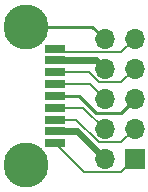
<source format=gtl>
G04 #@! TF.GenerationSoftware,KiCad,Pcbnew,7.0.0-da2b9df05c~163~ubuntu22.04.1*
G04 #@! TF.CreationDate,2023-03-07T01:12:10+00:00*
G04 #@! TF.ProjectId,simpleadapter,73696d70-6c65-4616-9461-707465722e6b,rev?*
G04 #@! TF.SameCoordinates,Original*
G04 #@! TF.FileFunction,Copper,L1,Top*
G04 #@! TF.FilePolarity,Positive*
%FSLAX46Y46*%
G04 Gerber Fmt 4.6, Leading zero omitted, Abs format (unit mm)*
G04 Created by KiCad (PCBNEW 7.0.0-da2b9df05c~163~ubuntu22.04.1) date 2023-03-07 01:12:10*
%MOMM*%
%LPD*%
G01*
G04 APERTURE LIST*
G04 #@! TA.AperFunction,ComponentPad*
%ADD10R,1.700000X1.700000*%
G04 #@! TD*
G04 #@! TA.AperFunction,ComponentPad*
%ADD11O,1.700000X1.700000*%
G04 #@! TD*
G04 #@! TA.AperFunction,SMDPad,CuDef*
%ADD12R,1.800000X0.700000*%
G04 #@! TD*
G04 #@! TA.AperFunction,ComponentPad*
%ADD13C,3.800000*%
G04 #@! TD*
G04 #@! TA.AperFunction,Conductor*
%ADD14C,0.200000*%
G04 #@! TD*
G04 #@! TA.AperFunction,Conductor*
%ADD15C,0.250000*%
G04 #@! TD*
G04 #@! TA.AperFunction,Conductor*
%ADD16C,0.600000*%
G04 #@! TD*
G04 APERTURE END LIST*
D10*
X158368999Y-99567999D03*
D11*
X155828999Y-99567999D03*
X158368999Y-97027999D03*
X155828999Y-97027999D03*
X158368999Y-94487999D03*
X155828999Y-94487999D03*
X158368999Y-91947999D03*
X155828999Y-91947999D03*
X158368999Y-89407999D03*
X155828999Y-89407999D03*
D12*
X151626999Y-97233999D03*
X151626999Y-95233999D03*
X151626999Y-93233999D03*
X151626999Y-91233999D03*
X151626999Y-90233999D03*
X151626999Y-92233999D03*
X151626999Y-94233999D03*
X151626999Y-96233999D03*
X151626999Y-98233999D03*
D13*
X149177000Y-88384000D03*
X149177000Y-100084000D03*
D14*
X151627000Y-98234000D02*
X154111000Y-100718000D01*
X154111000Y-100718000D02*
X157219000Y-100718000D01*
X157219000Y-100718000D02*
X158369000Y-99568000D01*
X151627000Y-96234000D02*
X153408654Y-96234000D01*
X155352654Y-98178000D02*
X157219000Y-98178000D01*
X153408654Y-96234000D02*
X155352654Y-98178000D01*
X157219000Y-98178000D02*
X158369000Y-97028000D01*
X154575000Y-93234000D02*
X155829000Y-94488000D01*
X151627000Y-93234000D02*
X154575000Y-93234000D01*
D15*
X155064336Y-95663000D02*
X157194000Y-95663000D01*
X153635336Y-94234000D02*
X155064336Y-95663000D01*
D14*
X151627000Y-95234000D02*
X154035000Y-95234000D01*
D15*
X157194000Y-95663000D02*
X158369000Y-94488000D01*
X151627000Y-94234000D02*
X153635336Y-94234000D01*
D14*
X154035000Y-95234000D02*
X155829000Y-97028000D01*
X151627000Y-92234000D02*
X154488654Y-92234000D01*
X154488654Y-92234000D02*
X155352654Y-93098000D01*
X155352654Y-93098000D02*
X157219000Y-93098000D01*
X157219000Y-93098000D02*
X158369000Y-91948000D01*
D15*
X149177000Y-88384000D02*
X154805000Y-88384000D01*
X154805000Y-88384000D02*
X155829000Y-89408000D01*
D14*
X151627000Y-90234000D02*
X151951000Y-90558000D01*
X151951000Y-90558000D02*
X157219000Y-90558000D01*
X157219000Y-90558000D02*
X158369000Y-89408000D01*
D16*
X151627000Y-91234000D02*
X155115000Y-91234000D01*
X155115000Y-91234000D02*
X155829000Y-91948000D01*
X151627000Y-97234000D02*
X153495000Y-97234000D01*
X153495000Y-97234000D02*
X155829000Y-99568000D01*
D14*
X151627000Y-95234000D02*
X151777000Y-95384000D01*
X151627000Y-93234000D02*
X151777000Y-93084000D01*
D15*
X149177000Y-88384000D02*
X150439000Y-87122000D01*
M02*

</source>
